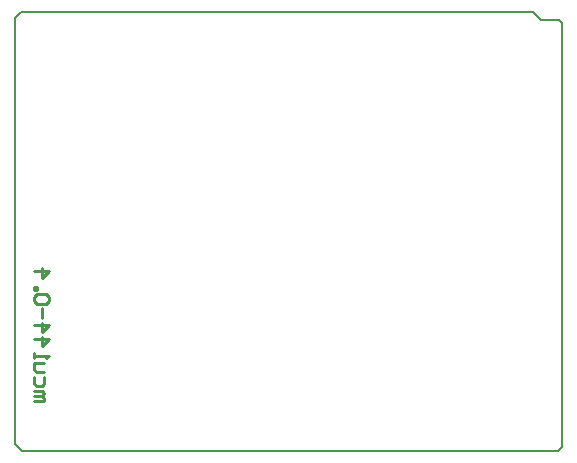
<source format=gbo>
G04*
G04 #@! TF.GenerationSoftware,Altium Limited,Altium Designer,20.2.7 (254)*
G04*
G04 Layer_Color=57008*
%FSLAX25Y25*%
%MOIN*%
G70*
G04*
G04 #@! TF.SameCoordinates,0C4109EF-3F99-4C1B-B322-D886B46CE2CE*
G04*
G04*
G04 #@! TF.FilePolarity,Positive*
G04*
G01*
G75*
%ADD11C,0.01000*%
%ADD13C,0.00787*%
D11*
X6905Y17142D02*
X10054D01*
Y17929D01*
X9267Y18716D01*
X6905D01*
X9267D01*
X10054Y19503D01*
X9267Y20290D01*
X6905D01*
X10054Y25013D02*
Y22652D01*
X9267Y21865D01*
X7693D01*
X6905Y22652D01*
Y25013D01*
X10054Y26588D02*
X7693D01*
X6905Y27375D01*
Y29736D01*
X10054D01*
X6905Y31310D02*
Y32885D01*
Y32098D01*
X11628D01*
X10841Y31310D01*
X6905Y37608D02*
X11628D01*
X9267Y35246D01*
Y38395D01*
X6905Y42330D02*
X11628D01*
X9267Y39969D01*
Y43118D01*
Y44692D02*
Y47840D01*
X10841Y49415D02*
X11628Y50202D01*
Y51776D01*
X10841Y52563D01*
X7693D01*
X6905Y51776D01*
Y50202D01*
X7693Y49415D01*
X10841D01*
X6905Y54138D02*
X7693D01*
Y54925D01*
X6905D01*
Y54138D01*
Y60435D02*
X11628D01*
X9267Y58073D01*
Y61222D01*
D13*
X2314Y146653D02*
X173130D01*
X175886Y143898D01*
X181890D01*
X394Y2638D02*
X2634Y398D01*
X182773Y143015D02*
X182773Y1746D01*
X394Y144734D02*
X394Y2638D01*
X394Y144734D02*
X2314Y146653D01*
X2634Y398D02*
X181424Y398D01*
X182773Y1746D01*
X181890Y143898D02*
X182773Y143015D01*
M02*

</source>
